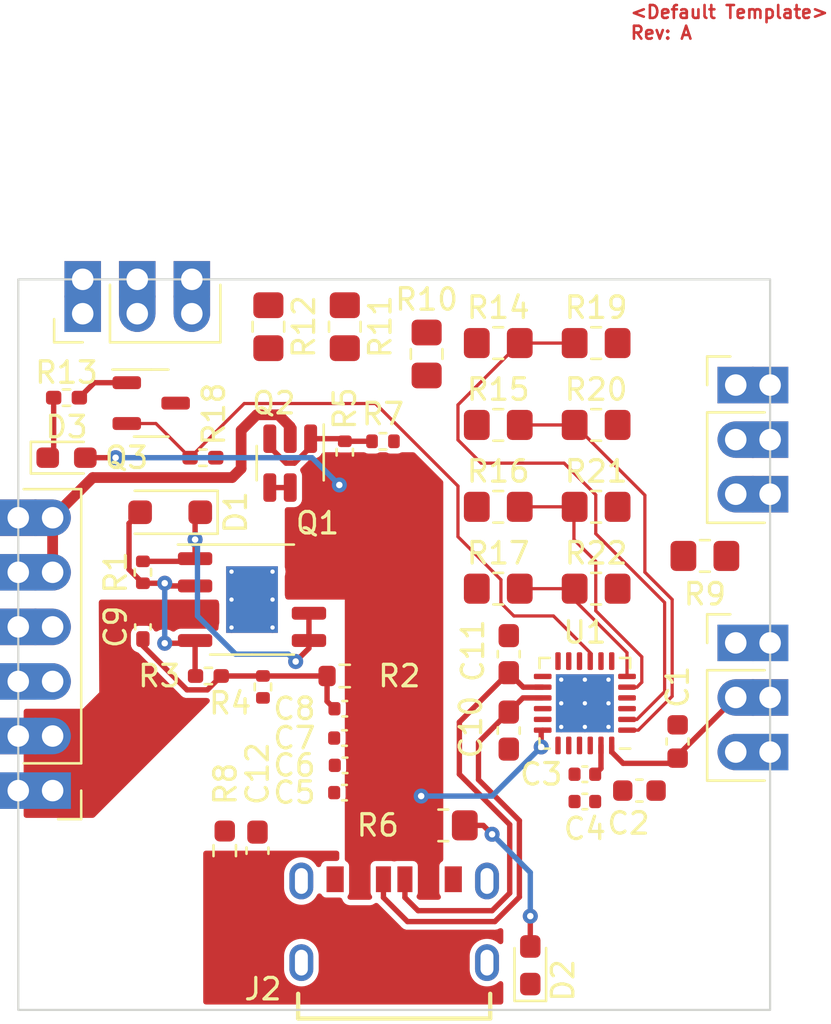
<source format=kicad_pcb>
(kicad_pcb (version 20221018) (generator pcbnew)
  (title_block (title "<Default Template>") (date "2023-04-28") (rev "A") (company "ElektroNik Zoller") (comment 1 "Nikolai Zoller") (comment 4 "CERN-OHL-P"))
  (layers (0 "F.Cu" signal) (31 "B.Cu" signal) (34 "B.Paste" user) (35 "F.Paste" user) (36 "B.SilkS" user "B.Silkscreen") (37 "F.SilkS" user "F.Silkscreen") (38 "B.Mask" user) (39 "F.Mask" user) (44 "Edge.Cuts" user))
  (net 0 "")
  (net 1 "+1V8")
  (net 2 "GND")
  (net 3 "+3V3")
  (net 4 "/VBUS")
  (net 5 "Net-(C8-Pad2)")
  (net 6 "/DC_{OUT}")
  (net 7 "/CC1")
  (net 8 "/CC2")
  (net 9 "/FET_{SRC}")
  (net 10 "/FET_{Gate}")
  (net 11 "Net-(D2-A)")
  (net 12 "Net-(D3-K)")
  (net 13 "/Safe-5V_{OUT}")
  (net 14 "/SCL")
  (net 15 "/SDA")
  (net 16 "/~{INT}")
  (net 17 "/GPIO")
  (net 18 "/FLIP")
  (net 19 "/FAULT")
  (net 20 "Net-(Q2-Pad1)")
  (net 21 "Net-(Q2-Pad4)")
  (net 22 "Net-(Q3-D)")
  (net 23 "Net-(U1-VBUS_FET_EN)")
  (net 24 "Net-(U1-SAFE_PWR_EN)")
  (net 25 "/VBUS_{MAX}")
  (net 26 "/VBUS_{MIN}")
  (net 27 "/I_{Sink, Coarse}")
  (net 28 "/I_{Sink, Fine}")
  (net 33 "/Shield")
  (footprint "Resistor_SMD:R_0805_2012Metric_Pad1.20x1.40mm_HandSolder" (layer "F.Cu") (at 151.4 116.586)
    (fp_text reference "R21")
    (fp_text value "5.1kΩ" hide)
  )
  (footprint "Connector_CastellatedHole_2.54mm_User:CastellatedHole_1x06_P2.54mm_PinHeaders" (layer "F.Cu") (at 124.5 129.794 180)
    (fp_text reference "J1" hide)
    (fp_text value "Conn_01x06" hide)
  )
  (footprint "Capacitor_SMD:C_0402_1005Metric" (layer "F.Cu") (at 139.686 127.348 180)
    (fp_text reference "C7")
    (fp_text value "1µF" hide)
  )
  (footprint "Resistor_SMD:R_0402_1005Metric_Pad0.72x0.64mm_HandSolder" (layer "F.Cu") (at 133.35 124.46)
    (fp_text reference "R3")
    (fp_text value "0Ω" hide)
  )
  (footprint "Resistor_SMD:R_0805_2012Metric_Pad1.20x1.40mm_HandSolder" (layer "F.Cu") (at 146.844 108.966)
    (fp_text reference "R14")
    (fp_text value "5.1kΩ" hide)
  )
  (footprint "MountingHole:MountingHole_3.2mm_M3" (layer "F.Cu") (at 154.5 135)
    (fp_text reference "H2" hide)
    (fp_text value "MountingHole" hide)
  )
  (footprint "Package_DFN_QFN:QFN-24-1EP_4x4mm_P0.5mm_EP2.7x2.7mm_ThermalVias" (layer "F.Cu") (at 150.876 125.73 180)
    (fp_text reference "U1")
    (fp_text value "CYPD3177-24LQXQx" hide)
  )
  (footprint "Connector_CastellatedHole_2.54mm_User:CastellatedHole_1x03_P2.54mm_PinHeader" (layer "F.Cu") (at 159.5 122.92)
    (fp_text reference "J3" hide)
    (fp_text value "Conn_01x03" hide)
  )
  (footprint "MountingHole:MountingHole_3.2mm_M3" (layer "F.Cu") (at 129.5 134.874)
    (fp_text reference "H1" hide)
    (fp_text value "MountingHole" hide)
  )
  (footprint "Resistor_SMD:R_0805_2012Metric_Pad1.20x1.40mm_HandSolder" (layer "F.Cu") (at 146.844 120.396)
    (fp_text reference "R17")
    (fp_text value "5.1kΩ" hide)
  )
  (footprint "Resistor_SMD:R_0805_2012Metric_Pad1.20x1.40mm_HandSolder" (layer "F.Cu") (at 144.286 131.412)
    (fp_text reference "R6")
    (fp_text value "2.2kΩ" hide)
  )
  (footprint "Connector_CastellatedHole_2.54mm_User:CastellatedHole_1x03_P2.54mm_PinHeader" (layer "F.Cu") (at 127.5 106 90)
    (fp_text reference "J4" hide)
    (fp_text value "Conn_01x03" hide)
  )
  (footprint "Connector_User:GCT_USB4125-GF-A" (layer "F.Cu") (at 142 137)
    (fp_text reference "J2")
    (fp_text value "USB4125-GF-A" hide)
  )
  (footprint "Capacitor_SMD:C_0402_1005Metric" (layer "F.Cu") (at 139.7 125.984 180)
    (fp_text reference "C8")
    (fp_text value "1µF" hide)
  )
  (footprint "Resistor_SMD:R_0402_1005Metric_Pad0.72x0.64mm_HandSolder" (layer "F.Cu") (at 126.746 111.506)
    (fp_text reference "R13")
    (fp_text value "1kΩ" hide)
  )
  (footprint "Connector_CastellatedHole_2.54mm_User:CastellatedHole_1x03_P2.54mm_PinHeader" (layer "F.Cu") (at 159.5 110.92)
    (fp_text reference "J5" hide)
    (fp_text value "Conn_01x03" hide)
  )
  (footprint "Resistor_SMD:R_0805_2012Metric_Pad1.20x1.40mm_HandSolder" (layer "F.Cu") (at 156.464 118.872 180)
    (fp_text reference "R9")
    (fp_text value "2.2kΩ" hide)
  )
  (footprint "Resistor_SMD:R_0805_2012Metric_Pad1.20x1.40mm_HandSolder" (layer "F.Cu") (at 151.4 112.776)
    (fp_text reference "R20")
    (fp_text value "2.2kΩ" hide)
  )
  (footprint "Resistor_SMD:R_0402_1005Metric" (layer "F.Cu") (at 139.7 114.046 90)
    (fp_text reference "R5")
    (fp_text value "49.9kΩ" hide)
  )
  (footprint "Capacitor_SMD:C_0603_1608Metric" (layer "F.Cu") (at 153.416 129.794)
    (fp_text reference "C2")
    (fp_text value "1µF" hide)
  )
  (footprint "drawings:elektronik-emblem_3x3.5_solder" (layer "F.Cu") (at 154.94 98.044)
    (fp_text reference "G0" hide)
    (fp_text value "LOGO" hide)
  )
  (footprint "Capacitor_SMD:C_0402_1005Metric" (layer "F.Cu") (at 150.876 129.032 180)
    (fp_text reference "C3")
    (fp_text value "0.1µF" hide)
  )
  (footprint "Resistor_SMD:R_0402_1005Metric" (layer "F.Cu") (at 135.89 124.968 -90)
    (fp_text reference "R4")
    (fp_text value "1kΩ" hide)
  )
  (footprint "Package_SO:HSOP-8-1EP_3.9x4.9mm_P1.27mm_EP2.41x3.1mm_ThermalVias" (layer "F.Cu") (at 135.382 120.904)
    (fp_text reference "Q1")
    (fp_text value "IRF9358PbF" hide)
  )
  (footprint "Resistor_SMD:R_0402_1005Metric" (layer "F.Cu") (at 130.302 119.634 -90)
    (fp_text reference "R1")
    (fp_text value "49.9kΩ" hide)
  )
  (footprint "Package_TO_SOT_SMD:SOT-23-6" (layer "F.Cu") (at 137.16 114.554 -90)
    (fp_text reference "Q2")
    (fp_text value "BSL308PE" hide)
  )
  (footprint "Capacitor_SMD:C_0402_1005Metric" (layer "F.Cu") (at 150.876 130.302 180)
    (fp_text reference "C4")
    (fp_text value "0.1µF" hide)
  )
  (footprint "Resistor_SMD:R_0805_2012Metric_Pad1.20x1.40mm_HandSolder" (layer "F.Cu") (at 151.4 108.966)
    (fp_text reference "R19")
    (fp_text value "5.1kΩ" hide)
  )
  (footprint "Resistor_SMD:R_0805_2012Metric_Pad1.20x1.40mm_HandSolder" (layer "F.Cu") (at 143.51 109.474 -90)
    (fp_text reference "R10")
    (fp_text value "2.2kΩ" hide)
  )
  (footprint "Capacitor_SMD:C_0402_1005Metric" (layer "F.Cu") (at 139.686 129.888 180)
    (fp_text reference "C5")
    (fp_text value "1µF" hide)
  )
  (footprint "LED_SMD:LED_0603_1608Metric_Pad1.05x0.95mm_HandSolder" (layer "F.Cu") (at 148.336 137.922 90)
    (fp_text reference "D2")
    (fp_text value "LTST-C190GKT" hide)
  )
  (footprint "Resistor_SMD:R_0603_1608Metric_Pad0.98x0.95mm_HandSolder" (layer "F.Cu") (at 134.112 132.588 90)
    (fp_text reference "R8")
    (fp_text value "1M" hide)
  )
  (footprint "Resistor_SMD:R_0805_2012Metric_Pad1.20x1.40mm_HandSolder" (layer "F.Cu") (at 151.4 120.396)
    (fp_text reference "R22")
    (fp_text value "2.2kΩ" hide)
  )
  (footprint "Resistor_SMD:R_0805_2012Metric_Pad1.20x1.40mm_HandSolder" (layer "F.Cu") (at 139.7 108.204 -90)
    (fp_text reference "R11")
    (fp_text value "2.2kΩ" hide)
  )
  (footprint "Capacitor_SMD:C_0603_1608Metric_Pad1.08x0.95mm_HandSolder" (layer "F.Cu") (at 147.333 127 -90)
    (fp_text reference "C10")
    (fp_text value "390pF" hide)
  )
  (footprint "Resistor_SMD:R_0805_2012Metric_Pad1.20x1.40mm_HandSolder" (layer "F.Cu") (at 146.844 112.776)
    (fp_text reference "R15")
    (fp_text value "5.1kΩ" hide)
  )
  (footprint "Resistor_SMD:R_0402_1005Metric_Pad0.72x0.64mm_HandSolder" (layer "F.Cu") (at 133.096 114.3)
    (fp_text reference "R18")
    (fp_text value "49.9kΩ" hide)
  )
  (footprint "Capacitor_SMD:C_0402_1005Metric_Pad0.74x0.62mm_HandSolder" (layer "F.Cu") (at 130.302 122.174 -90)
    (fp_text reference "C9")
    (fp_text value "1µF" hide)
  )
  (footprint "Capacitor_SMD:C_0603_1608Metric" (layer "F.Cu") (at 155.194 127.508 90)
    (fp_text reference "C1")
    (fp_text value "1µF" hide)
  )
  (footprint "Resistor_SMD:R_0805_2012Metric_Pad1.20x1.40mm_HandSolder" (layer "F.Cu") (at 146.844 116.586)
    (fp_text reference "R16")
    (fp_text value "5.1kΩ" hide)
  )
  (footprint "Capacitor_SMD:C_0402_1005Metric" (layer "F.Cu") (at 139.714 128.618 180)
    (fp_text reference "C6")
    (fp_text value "1µF" hide)
  )
  (footprint "Diode_SMD:D_SOD-123F" (layer "F.Cu") (at 131.572 116.84 180)
    (fp_text reference "D1")
    (fp_text value "NZH10C,115" hide)
  )
  (footprint "Capacitor_SMD:C_0603_1608Metric_Pad1.08x0.95mm_HandSolder" (layer "F.Cu") (at 135.636 132.588 90)
    (fp_text reference "C12")
    (fp_text value "4.7nF" hide)
  )
  (footprint "Capacitor_SMD:C_0603_1608Metric_Pad1.08x0.95mm_HandSolder" (layer "F.Cu") (at 147.333 123.444 90)
    (fp_text reference "C11")
    (fp_text value "390pF" hide)
  )
  (footprint "Package_TO_SOT_SMD:SOT-23-3" (layer "F.Cu") (at 130.6885 111.76)
    (fp_text reference "Q3")
    (fp_text value "NTR4503N" hide)
  )
  (footprint "Resistor_SMD:R_0402_1005Metric" (layer "F.Cu") (at 141.478 113.538)
    (fp_text reference "R7")
    (fp_text value "1kΩ" hide)
  )
  (footprint "LED_SMD:LED_0603_1608Metric_Pad1.05x0.95mm_HandSolder" (layer "F.Cu") (at 126.746 114.3)
    (fp_text reference "D3")
    (fp_text value "LTST-C190EKT\n" hide)
  )
  (footprint "Resistor_SMD:R_0805_2012Metric_Pad1.20x1.40mm_HandSolder" (layer "F.Cu") (at 136.144 108.204 -90)
    (fp_text reference "R12")
    (fp_text value "2.2kΩ" hide)
  )
  (footprint "Resistor_SMD:R_0603_1608Metric" (layer "F.Cu") (at 139.7 124.46 180)
    (fp_text reference "R2")
    (fp_text value "10kΩ" hide)
  )
  (gr_rect (start 124.5 106) (end 159.5 140) (stroke (width 0.1)) (fill none) (layer "Edge.Cuts"))
  (gr_text "${TITLE}\nRev: ${REVISION}" (at 152.94 94.044) (layer "F.Cu") (effects (font (size 0.6 0.6) (thickness 0.12) bold) (justify left)))
  (segment (start 155.194 128.283) (end 155.194 128.166) (width 0.25) (layer "F.Cu") (net 1))
  (segment (start 152.654 128.524) (end 154.953 128.524) (width 0.25) (layer "F.Cu") (net 1))
  (segment (start 152.126 127.6925) (end 152.126 127.996) (width 0.25) (layer "F.Cu") (net 1))
  (segment (start 155.194 128.166) (end 157.9 125.46) (width 0.25) (layer "F.Cu") (net 1))
  (segment (start 154.953 128.524) (end 155.194 128.283) (width 0.25) (layer "F.Cu") (net 1))
  (segment (start 152.126 127.996) (end 152.654 128.524) (width 0.25) (layer "F.Cu") (net 1))
  (segment (start 151.626 127.6925) (end 151.626 128.762) (width 0.25) (layer "F.Cu") (net 3))
  (segment (start 151.626 128.762) (end 151.356 129.032) (width 0.25) (layer "F.Cu") (net 3))
  (segment (start 127.621 114.3) (end 129.032 114.3) (width 0.25) (layer "F.Cu") (net 4))
  (segment (start 143.286 130.078) (end 143.256 130.048) (width 0.25) (layer "F.Cu") (net 4))
  (segment (start 148.844 127.0495) (end 148.9135 126.98) (width 0.25) (layer "F.Cu") (net 4))
  (segment (start 148.844 127.762) (end 148.844 127.0495) (width 0.25) (layer "F.Cu") (net 4))
  (segment (start 138.11 115.6915) (end 138.11 116.075751) (width 0.25) (layer "F.Cu") (net 4))
  (via (at 143.256 130.048) (size 0.7) (drill 0.3) (layers "F.Cu" "B.Cu") (net 4))
  (via (at 129.032 114.3) (size 0.7) (drill 0.3) (layers "F.Cu" "B.Cu") (net 4))
  (via (at 139.446 115.57) (size 0.7) (drill 0.3) (layers "F.Cu" "B.Cu") (net 4))
  (via (at 148.844 127.762) (size 0.7) (drill 0.3) (layers "F.Cu" "B.Cu") (net 4))
  (segment (start 146.558 130.048) (end 148.844 127.762) (width 0.25) (layer "B.Cu") (net 4))
  (segment (start 138.176 114.3) (end 139.446 115.57) (width 0.25) (layer "B.Cu") (net 4))
  (segment (start 143.256 130.048) (end 146.558 130.048) (width 0.25) (layer "B.Cu") (net 4))
  (segment (start 129.032 114.3) (end 138.176 114.3) (width 0.25) (layer "B.Cu") (net 4))
  (segment (start 130.302 122.7415) (end 130.302 123.052894) (width 0.25) (layer "F.Cu") (net 5))
  (segment (start 138.875 125.639) (end 139.22 125.984) (width 0.25) (layer "F.Cu") (net 5))
  (segment (start 132.354106 125.105) (end 133.3025 125.105) (width 0.25) (layer "F.Cu") (net 5))
  (segment (start 133.9475 124.46) (end 138.875 124.46) (width 0.25) (layer "F.Cu") (net 5))
  (segment (start 133.3025 125.105) (end 133.9475 124.46) (width 0.25) (layer "F.Cu") (net 5))
  (segment (start 130.302 123.052894) (end 132.354106 125.105) (width 0.25) (layer "F.Cu") (net 5))
  (segment (start 138.875 124.46) (end 138.875 125.639) (width 0.25) (layer "F.Cu") (net 5))
  (segment (start 141.5 134.77) (end 142.62 135.89) (width 0.25) (layer "F.Cu") (net 7))
  (segment (start 147.333 126.1375) (end 147.9905 125.48) (width 0.25) (layer "F.Cu") (net 7))
  (segment (start 147.828 134.748396) (end 147.828 131.189604) (width 0.25) (layer "F.Cu") (net 7))
  (segment (start 146.686396 135.89) (end 147.828 134.748396) (width 0.25) (layer "F.Cu") (net 7))
  (segment (start 147.828 131.189604) (end 145.924396 129.286) (width 0.25) (layer "F.Cu") (net 7))
  (segment (start 147.9905 125.48) (end 148.9135 125.48) (width 0.25) (layer "F.Cu") (net 7))
  (segment (start 145.924396 127.546104) (end 147.333 126.1375) (width 0.25) (layer "F.Cu") (net 7))
  (segment (start 145.924396 129.286) (end 145.924396 127.546104) (width 0.25) (layer "F.Cu") (net 7))
  (segment (start 142.62 135.89) (end 146.686396 135.89) (width 0.25) (layer "F.Cu") (net 7))
  (segment (start 141.5 133.92) (end 141.5 134.77) (width 0.25) (layer "F.Cu") (net 7))
  (segment (start 142.5 134.77) (end 143.112 135.382) (width 0.25) (layer "F.Cu") (net 8))
  (segment (start 145.034 129.032) (end 145.034 126.6055) (width 0.25) (layer "F.Cu") (net 8))
  (segment (start 145.034 126.6055) (end 147.333 124.3065) (width 0.25) (layer "F.Cu") (net 8))
  (segment (start 142.5 133.92) (end 142.5 134.77) (width 0.25) (layer "F.Cu") (net 8))
  (segment (start 148.0065 124.98) (end 148.9135 124.98) (width 0.25) (layer "F.Cu") (net 8))
  (segment (start 147.378 134.562) (end 147.378 131.376) (width 0.25) (layer "F.Cu") (net 8))
  (segment (start 147.333 124.3065) (end 148.0065 124.98) (width 0.25) (layer "F.Cu") (net 8))
  (segment (start 146.558 135.382) (end 147.378 134.562) (width 0.25) (layer "F.Cu") (net 8))
  (segment (start 147.378 131.376) (end 145.034 129.032) (width 0.25) (layer "F.Cu") (net 8))
  (segment (start 143.112 135.382) (end 146.558 135.382) (width 0.25) (layer "F.Cu") (net 8))
  (segment (start 132.732 117.08) (end 132.972 116.84) (width 0.25) (layer "F.Cu") (net 9))
  (segment (start 132.607 119.124) (end 132.732 118.999) (width 0.25) (layer "F.Cu") (net 9))
  (segment (start 138.032 121.539) (end 138.032 122.809) (width 0.25) (layer "F.Cu") (net 9))
  (segment (start 130.302 119.124) (end 132.607 119.124) (width 0.25) (layer "F.Cu") (net 9))
  (segment (start 138.032 122.809) (end 138.032 123.1675) (width 0.25) (layer "F.Cu") (net 9))
  (segment (start 132.732 118.999) (end 132.732 117.08) (width 0.25) (layer "F.Cu") (net 9))
  (segment (start 138.032 123.1675) (end 137.414 123.7855) (width 0.25) (layer "F.Cu") (net 9))
  (via (at 137.414 123.7855) (size 0.7) (drill 0.3) (layers "F.Cu" "B.Cu") (net 9))
  (via (at 132.732 118.11) (size 0.7) (drill 0.3) (layers "F.Cu" "B.Cu") (net 9))
  (segment (start 132.842 118.22) (end 132.842 121.666) (width 0.25) (layer "B.Cu") (net 9))
  (segment (start 132.842 121.666) (end 134.62 123.444) (width 0.25) (layer "B.Cu") (net 9))
  (segment (start 134.62 123.444) (end 137.0725 123.444) (width 0.25) (layer "B.Cu") (net 9))
  (segment (start 132.732 118.11) (end 132.842 118.22) (width 0.25) (layer "B.Cu") (net 9))
  (segment (start 137.0725 123.444) (end 137.414 123.7855) (width 0.25) (layer "B.Cu") (net 9))
  (segment (start 129.657 119.499) (end 130.302 120.144) (width 0.25) (layer "F.Cu") (net 10))
  (segment (start 132.605 122.936) (end 132.732 122.809) (width 0.25) (layer "F.Cu") (net 10))
  (segment (start 130.302 120.144) (end 131.316 120.144) (width 0.25) (layer "F.Cu") (net 10))
  (segment (start 131.318 122.936) (end 132.605 122.936) (width 0.25) (layer "F.Cu") (net 10))
  (segment (start 131.445 120.269) (end 131.318 120.142) (width 0.25) (layer "F.Cu") (net 10))
  (segment (start 132.732 120.269) (end 131.445 120.269) (width 0.25) (layer "F.Cu") (net 10))
  (segment (start 132.732 124.4395) (end 132.7525 124.46) (width 0.25) (layer "F.Cu") (net 10))
  (segment (start 129.657 117.355) (end 129.657 119.499) (width 0.25) (layer "F.Cu") (net 10))
  (segment (start 130.172 116.84) (end 129.657 117.355) (width 0.25) (layer "F.Cu") (net 10))
  (segment (start 132.732 122.809) (end 132.732 124.4395) (width 0.25) (layer "F.Cu") (net 10))
  (segment (start 131.316 120.144) (end 131.318 120.142) (width 0.25) (layer "F.Cu") (net 10))
  (via (at 131.318 122.936) (size 0.7) (drill 0.3) (layers "F.Cu" "B.Cu") (net 10))
  (via (at 131.318 120.142) (size 0.7) (drill 0.3) (layers "F.Cu" "B.Cu") (net 10))
  (segment (start 131.318 120.142) (end 131.318 122.936) (width 0.25) (layer "B.Cu") (net 10))
  (segment (start 146.144 131.412) (end 146.558 131.826) (width 0.25) (layer "F.Cu") (net 11))
  (segment (start 145.286 131.412) (end 146.144 131.412) (width 0.25) (layer "F.Cu") (net 11))
  (segment (start 148.336 135.636) (end 148.336 137.047) (width 0.25) (layer "F.Cu") (net 11))
  (via (at 146.558 131.826) (size 0.7) (drill 0.3) (layers "F.Cu" "B.Cu") (net 11))
  (via (at 148.336 135.636) (size 0.7) (drill 0.3) (layers "F.Cu" "B.Cu") (net 11))
  (segment (start 148.336 133.604) (end 148.336 135.636) (width 0.25) (layer "B.Cu") (net 11))
  (segment (start 146.558 131.826) (end 148.336 133.604) (width 0.25) (layer "B.Cu") (net 11))
  (segment (start 126.1485 111.506) (end 126.1485 114.0225) (width 0.25) (layer "F.Cu") (net 12))
  (segment (start 126.1485 114.0225) (end 125.871 114.3) (width 0.25) (layer "F.Cu") (net 12))
  (segment (start 134.457 115.225) (end 127.969 115.225) (width 0.5) (layer "F.Cu") (net 13))
  (segment (start 127.969 115.225) (end 126.1 117.094) (width 0.5) (layer "F.Cu") (net 13))
  (segment (start 137.16 113.4165) (end 137.16 112.855472) (width 0.5) (layer "F.Cu") (net 13))
  (segment (start 137.16 112.855472) (end 136.608528 112.304) (width 0.5) (layer "F.Cu") (net 13))
  (segment (start 134.874 113.03) (end 134.874 114.808) (width 0.5) (layer "F.Cu") (net 13))
  (segment (start 126.1 117.094) (end 126.1 119.634) (width 0.5) (layer "F.Cu") (net 13))
  (segment (start 134.874 114.808) (end 134.457 115.225) (width 0.5) (layer "F.Cu") (net 13))
  (segment (start 135.6 112.304) (end 134.874 113.03) (width 0.5) (layer "F.Cu") (net 13))
  (segment (start 136.608528 112.304) (end 135.6 112.304) (width 0.5) (layer "F.Cu") (net 13))
  (segment (start 135.0195 111.779) (end 141.128828 111.779) (width 0.15) (layer "F.Cu") (net 19))
  (segment (start 149.414297 121.666) (end 151.126 123.377703) (width 0.15) (layer "F.Cu") (net 19))
  (segment (start 132.4985 114.3) (end 135.0195 111.779) (width 0.15) (layer "F.Cu") (net 19))
  (segment (start 147.571538 121.666) (end 149.414297 121.666) (width 0.15) (layer "F.Cu") (net 19))
  (segment (start 151.126 123.377703) (end 151.126 123.7675) (width 0.15) (layer "F.Cu") (net 19))
  (segment (start 144.969 115.619172) (end 144.969 117.978538) (width 0.15) (layer "F.Cu") (net 19))
  (segment (start 129.551 112.71) (end 130.9085 112.71) (width 0.15) (layer "F.Cu") (net 19))
  (segment (start 141.128828 111.779) (end 144.969 115.619172) (width 0.15) (layer "F.Cu") (net 19))
  (segment (start 144.969 117.978538) (end 146.969 119.978538) (width 0.15) (layer "F.Cu") (net 19))
  (segment (start 130.9085 112.71) (end 132.4985 114.3) (width 0.15) (layer "F.Cu") (net 19))
  (segment (start 146.969 121.063462) (end 147.571538 121.666) (width 0.15) (layer "F.Cu") (net 19))
  (segment (start 146.969 119.978538) (end 146.969 121.063462) (width 0.15) (layer "F.Cu") (net 19))
  (segment (start 136.21 113.4165) (end 136.21 113.800751) (width 0.25) (layer "F.Cu") (net 20))
  (segment (start 138.11 113.800751) (end 138.11 113.4165) (width 0.25) (layer "F.Cu") (net 20))
  (segment (start 138.11 113.4165) (end 139.5805 113.4165) (width 0.25) (layer "F.Cu") (net 20))
  (segment (start 137.356751 114.554) (end 138.11 113.800751) (width 0.25) (layer "F.Cu") (net 20))
  (segment (start 139.5805 113.4165) (end 139.7 113.536) (width 0.25) (layer "F.Cu") (net 20))
  (segment (start 136.963249 114.554) (end 137.356751 114.554) (width 0.25) (layer "F.Cu") (net 20))
  (segment (start 136.21 113.800751) (end 136.963249 114.554) (width 0.25) (layer "F.Cu") (net 20))
  (segment (start 139.7 113.536) (end 140.97 113.536) (width 0.25) (layer "F.Cu") (net 20))
  (segment (start 136.21 115.6915) (end 137.16 115.6915) (width 0.25) (layer "F.Cu") (net 21))
  (segment (start 128.0395 110.81) (end 127.3435 111.506) (width 0.25) (layer "F.Cu") (net 22))
  (segment (start 129.551 110.81) (end 128.0395 110.81) (width 0.25) (layer "F.Cu") (net 22))
  (segment (start 154.59 121.043538) (end 154.59 125.189008) (width 0.15) (layer "F.Cu") (net 25))
  (segment (start 151.384 117.837538) (end 154.59 121.043538) (width 0.15) (layer "F.Cu") (net 25))
  (segment (start 147.844 108.966) (end 144.969 111.841) (width 0.15) (layer "F.Cu") (net 25))
  (segment (start 144.969 111.841) (end 144.969 113.473) (width 0.15) (layer "F.Cu") (net 25))
  (segment (start 147.844 108.966) (end 150.4 108.966) (width 0.15) (layer "F.Cu") (net 25))
  (segment (start 151.384 116.027538) (end 151.384 117.837538) (width 0.15) (layer "F.Cu") (net 25))
  (segment (start 153.299008 126.48) (end 152.8385 126.48) (width 0.15) (layer "F.Cu") (net 25))
  (segment (start 144.969 113.473) (end 146.05 114.554) (width 0.15) (layer "F.Cu") (net 25))
  (segment (start 146.05 114.554) (end 149.910462 114.554) (width 0.15) (layer "F.Cu") (net 25))
  (segment (start 149.910462 114.554) (end 151.384 116.027538) (width 0.15) (layer "F.Cu") (net 25))
  (segment (start 154.59 125.189008) (end 153.299008 126.48) (width 0.15) (layer "F.Cu") (net 25))
  (segment (start 150.4 112.776) (end 153.67 116.046) (width 0.15) (layer "F.Cu") (net 26))
  (segment (start 153.67 119.628564) (end 154.94 120.898564) (width 0.15) (layer "F.Cu") (net 26))
  (segment (start 153.67 116.046) (end 153.67 119.628564) (width 0.15) (layer "F.Cu") (net 26))
  (segment (start 150.4 112.776) (end 150.4 112.808) (width 0.25) (layer "F.Cu") (net 26))
  (segment (start 147.844 112.776) (end 150.4 112.776) (width 0.15) (layer "F.Cu") (net 26))
  (segment (start 153.364693 126.98) (end 152.8385 126.98) (width 0.15) (layer "F.Cu") (net 26))
  (segment (start 154.94 125.404693) (end 153.364693 126.98) (width 0.15) (layer "F.Cu") (net 26))
  (segment (start 154.94 120.898564) (end 154.94 125.404693) (width 0.15) (layer "F.Cu") (net 26))
  (segment (start 151.384 119.126) (end 151.384 121.425026) (width 0.15) (layer "F.Cu") (net 27))
  (segment (start 150.368 116.618) (end 150.368 118.11) (width 0.15) (layer "F.Cu") (net 27))
  (segment (start 150.368 118.11) (end 151.384 119.126) (width 0.15) (layer "F.Cu") (net 27))
  (segment (start 153.526 123.567026) (end 153.526 124.753008) (width 0.15) (layer "F.Cu") (net 27))
  (segment (start 147.844 116.586) (end 150.4 116.586) (width 0.15) (layer "F.Cu") (net 27))
  (segment (start 150.4 116.586) (end 150.368 116.618) (width 0.15) (layer "F.Cu") (net 27))
  (segment (start 151.384 121.425026) (end 153.526 123.567026) (width 0.15) (layer "F.Cu") (net 27))
  (segment (start 153.526 124.753008) (end 153.299008 124.98) (width 0.15) (layer "F.Cu") (net 27))
  (segment (start 153.299008 124.98) (end 152.8385 124.98) (width 0.15) (layer "F.Cu") (net 27))
  (segment (start 147.844 120.396) (end 150.4 120.396) (width 0.15) (layer "F.Cu") (net 28))
  (segment (start 150.4 120.936) (end 152.8385 123.3745) (width 0.15) (layer "F.Cu") (net 28))
  (segment (start 152.8385 123.3745) (end 152.8385 124.48) (width 0.15) (layer "F.Cu") (net 28))
  (segment (start 150.4 120.396) (end 150.4 120.936) (width 0.15) (layer "F.Cu") (net 28))
  (zone (net 6) (net_name "/DC_{OUT}") (layer "F.Cu") (priority 2) (connect_pads yes (clearance 0.25)) (min_thickness 0.25) (fill yes (thermal_gap 0.5) (thermal_bridge_width 0.5))
    (polygon (pts (xy 124.5 125.984) (xy 127.508 125.984) (xy 128.27 125.222) (xy 128.246 120.904) (xy 133.858 120.904) (xy 133.858 125.222) (xy 128.016 131.064) (xy 124.5 131.064)))
  )
  (zone (net 4) (net_name "/VBUS") (layer "F.Cu") (priority 1) (connect_pads yes (clearance 0.25)) (min_thickness 0.25) (fill yes (thermal_gap 0.5) (thermal_bridge_width 0.5))
    (polygon (pts (xy 136.906 120.904) (xy 139.7 120.904) (xy 139.7 134.874) (xy 144.286 134.874) (xy 144.286 114.046) (xy 136.906 114.046)))
  )
  (zone (net 33) (net_name "/Shield") (layers "F&B.Cu") (priority 1) (connect_pads yes (clearance 0.25)) (min_thickness 0.25) (fill yes (thermal_gap 0.5) (thermal_bridge_width 0.5))
    (polygon (pts (xy 133.11 132.588) (xy 147.08 132.588) (xy 147.08 140) (xy 133.11 140)))
  )
)
</source>
